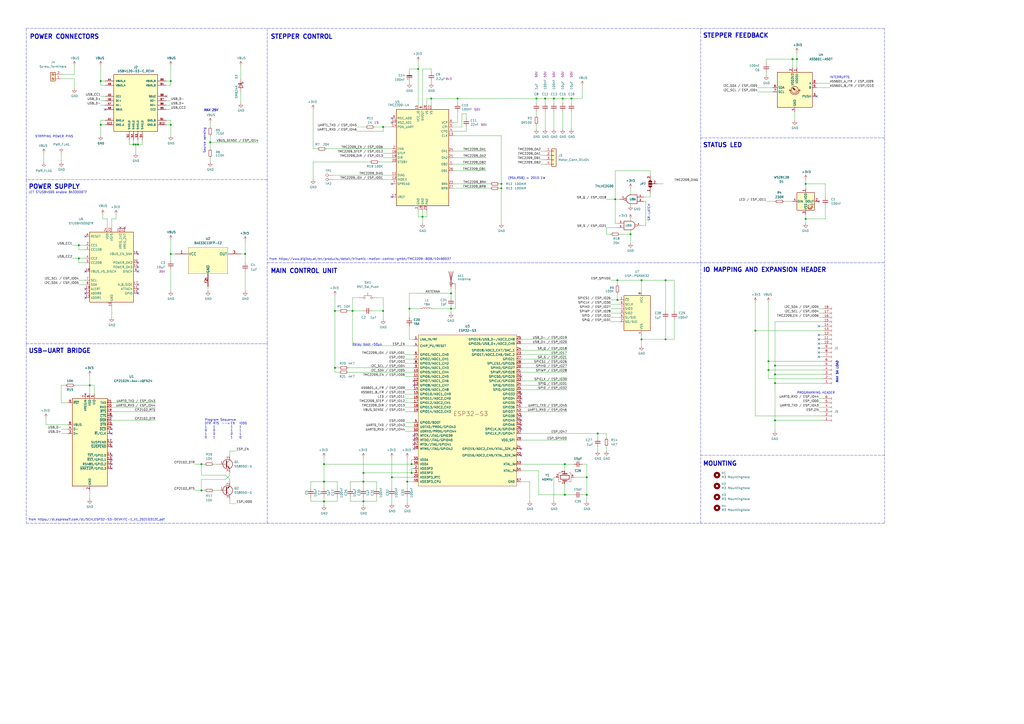
<source format=kicad_sch>
(kicad_sch (version 20211123) (generator eeschema)
  (paper "A2")
  (title_block (title "ESP Stepper Servo") (date "${date}") (rev "${commit}") (comment 1 "github.com/slimcdk/esp-stepper-servo/tree/${commit}"))
  (junction (at 237.49 179.07))
  (junction (at 52.07 223.52))
  (junction (at 462.28 34.29))
  (junction (at 358.14 173.99))
  (junction (at 238.76 274.32))
  (junction (at 99.06 72.39))
  (junction (at 58.42 72.39))
  (junction (at 445.77 209.55))
  (junction (at 116.84 284.48))
  (junction (at 210.82 290.83))
  (junction (at 445.77 214.63))
  (junction (at 250.19 57.15))
  (junction (at 210.82 279.4))
  (junction (at 311.15 57.15))
  (junction (at 261.62 170.18))
  (junction (at 77.47 83.82))
  (junction (at 365.76 135.89))
  (junction (at 386.08 162.56))
  (junction (at 238.76 269.24))
  (junction (at 194.31 213.36))
  (junction (at 187.96 290.83))
  (junction (at 326.39 57.15))
  (junction (at 340.36 276.86))
  (junction (at 45.72 149.86))
  (junction (at 265.43 57.15))
  (junction (at 245.11 125.73))
  (junction (at 327.66 269.24))
  (junction (at 290.83 109.22))
  (junction (at 227.33 276.86))
  (junction (at 187.96 269.24))
  (junction (at 236.22 279.4))
  (junction (at 45.72 142.24))
  (junction (at 467.36 106.68))
  (junction (at 99.06 147.32))
  (junction (at 142.24 147.32))
  (junction (at 386.08 196.85))
  (junction (at 340.36 287.02))
  (junction (at 372.11 196.85))
  (junction (at 290.83 106.68))
  (junction (at 204.47 180.34))
  (junction (at 356.87 115.57))
  (junction (at 222.25 180.34))
  (junction (at 327.66 287.02))
  (junction (at 467.36 127))
  (junction (at 321.31 57.15))
  (junction (at 449.58 212.09))
  (junction (at 222.25 73.66))
  (junction (at 316.23 57.15))
  (junction (at 116.84 269.24))
  (junction (at 372.11 162.56))
  (junction (at 449.58 243.84))
  (junction (at 459.74 34.29))
  (junction (at 210.82 274.32))
  (junction (at 346.71 251.46))
  (junction (at 261.62 179.07))
  (junction (at 331.47 57.15))
  (junction (at 187.96 279.4))
  (junction (at 438.15 191.77))
  (junction (at 242.57 40.005))
  (junction (at 194.31 180.34))
  (junction (at 78.74 83.82))
  (junction (at 58.42 46.99))
  (junction (at 121.92 82.55))
  (junction (at 99.06 46.99))
  (junction (at 358.14 162.56))
  (junction (at 449.58 217.17))
  (junction (at 80.01 83.82))
  (junction (at 449.58 222.25))
  (no_connect (at 49.53 167.64))
  (no_connect (at 60.96 63.5))
  (no_connect (at 64.77 246.38))
  (no_connect (at 302.26 243.84))
  (no_connect (at 240.03 257.81))
  (no_connect (at 80.01 157.48))
  (no_connect (at 474.98 199.39))
  (no_connect (at 240.03 252.73))
  (no_connect (at 49.53 157.48))
  (no_connect (at 49.53 137.16))
  (no_connect (at 64.77 271.78))
  (no_connect (at 64.77 248.92))
  (no_connect (at 64.77 241.3))
  (no_connect (at 240.03 223.52))
  (no_connect (at 64.77 251.46))
  (no_connect (at 49.53 228.6))
  (no_connect (at 64.77 259.08))
  (no_connect (at 80.01 170.18))
  (no_connect (at 474.98 196.85))
  (no_connect (at 302.26 246.38))
  (no_connect (at 474.98 116.84))
  (no_connect (at 227.33 114.3))
  (no_connect (at 302.26 218.44))
  (no_connect (at 302.26 260.35))
  (no_connect (at 302.26 228.6))
  (no_connect (at 302.26 264.16))
  (no_connect (at 64.77 269.24))
  (no_connect (at 64.77 266.7))
  (no_connect (at 96.52 55.88))
  (no_connect (at 302.26 241.3))
  (no_connect (at 49.53 170.18))
  (no_connect (at 80.01 154.94))
  (no_connect (at 72.39 132.08))
  (no_connect (at 69.85 132.08))
  (no_connect (at 227.33 68.58))
  (no_connect (at 474.98 207.01))
  (no_connect (at 240.03 255.27))
  (no_connect (at 227.33 71.12))
  (no_connect (at 49.53 172.72))
  (no_connect (at 240.03 220.98))
  (no_connect (at 64.77 264.16))
  (no_connect (at 474.98 194.31))
  (no_connect (at 474.98 189.23))
  (no_connect (at 474.98 201.93))
  (no_connect (at 302.26 231.14))
  (no_connect (at 302.26 233.68))
  (no_connect (at 64.77 256.54))
  (no_connect (at 474.98 204.47))
  (no_connect (at 80.01 167.64))
  (no_connect (at 240.03 260.35))
  (no_connect (at 302.26 248.92))
  (no_connect (at 80.01 152.4))
  (no_connect (at 473.71 55.88))
  (no_connect (at 80.01 165.1))
  (no_connect (at 80.01 147.32))
  (no_connect (at 227.33 106.68))
  (wire (pts (xy 327.66 273.05) (xy 327.66 269.24)))
  (wire (pts (xy 262.89 71.12) (xy 265.43 71.12)))
  (wire (pts (xy 201.93 180.34) (xy 204.47 180.34)))
  (wire (pts (xy 302.26 223.52) (xy 328.93 223.52)))
  (wire (pts (xy 52.07 289.56) (xy 52.07 284.48)))
  (wire (pts (xy 439.42 50.8) (xy 448.31 50.8)))
  (wire (pts (xy 474.98 184.15) (xy 477.52 184.15)))
  (wire (pts (xy 203.2 283.21) (xy 203.2 279.4)))
  (wire (pts (xy 386.08 185.42) (xy 386.08 196.85)))
  (wire (pts (xy 74.93 81.28) (xy 74.93 83.82)))
  (wire (pts (xy 374.65 116.84) (xy 373.38 116.84)))
  (wire (pts (xy 227.33 288.29) (xy 227.33 292.1)))
  (wire (pts (xy 210.82 279.4) (xy 218.44 279.4)))
  (wire (pts (xy 261.62 177.8) (xy 261.62 179.07)))
  (wire (pts (xy 180.34 290.83) (xy 187.96 290.83)))
  (wire (pts (xy 133.35 261.62) (xy 133.35 264.16)))
  (wire (pts (xy 474.98 236.22) (xy 477.52 236.22)))
  (wire (pts (xy 302.26 203.2) (xy 328.93 203.2)))
  (wire (pts (xy 35.56 223.52) (xy 38.1 223.52)))
  (wire (pts (xy 311.15 57.15) (xy 316.23 57.15)))
  (wire (pts (xy 459.74 34.29) (xy 462.28 34.29)))
  (wire (pts (xy 121.92 82.55) (xy 121.92 86.36)))
  (wire (pts (xy 386.08 162.56) (xy 372.11 162.56)))
  (wire (pts (xy 439.42 53.34) (xy 448.31 53.34)))
  (polyline (pts (xy 154.94 199.39) (xy 154.94 104.14)))
  (wire (pts (xy 234.95 218.44) (xy 240.03 218.44)))
  (wire (pts (xy 313.69 92.71) (xy 316.23 92.71)))
  (wire (pts (xy 236.22 265.43) (xy 236.22 279.4)))
  (wire (pts (xy 391.16 196.85) (xy 386.08 196.85)))
  (wire (pts (xy 242.57 121.92) (xy 242.57 125.73)))
  (wire (pts (xy 340.36 276.86) (xy 340.36 287.02)))
  (wire (pts (xy 261.62 167.64) (xy 261.62 170.18)))
  (wire (pts (xy 449.58 250.19) (xy 449.58 243.84)))
  (wire (pts (xy 237.49 189.23) (xy 237.49 196.85)))
  (polyline (pts (xy 406.4 264.16) (xy 513.08 264.16)))
  (wire (pts (xy 267.97 73.66) (xy 267.97 66.04)))
  (wire (pts (xy 461.01 69.85) (xy 461.01 64.77)))
  (wire (pts (xy 438.15 241.3) (xy 477.52 241.3)))
  (wire (pts (xy 123.825 284.48) (xy 125.73 284.48)))
  (wire (pts (xy 60.96 60.96) (xy 58.42 60.96)))
  (wire (pts (xy 467.36 129.54) (xy 467.36 127)))
  (wire (pts (xy 45.72 149.86) (xy 49.53 149.86)))
  (wire (pts (xy 187.96 290.83) (xy 187.96 293.37)))
  (wire (pts (xy 245.11 40.005) (xy 250.19 40.005)))
  (wire (pts (xy 227.33 276.86) (xy 240.03 276.86)))
  (wire (pts (xy 473.71 50.8) (xy 481.33 50.8)))
  (wire (pts (xy 354.33 181.61) (xy 359.41 181.61)))
  (wire (pts (xy 302.26 210.82) (xy 328.93 210.82)))
  (wire (pts (xy 242.57 125.73) (xy 245.11 125.73)))
  (wire (pts (xy 290.83 78.74) (xy 290.83 106.68)))
  (wire (pts (xy 137.16 261.62) (xy 133.35 261.62)))
  (wire (pts (xy 60.96 72.39) (xy 58.42 72.39)))
  (wire (pts (xy 187.96 265.43) (xy 187.96 269.24)))
  (polyline (pts (xy 154.94 303.53) (xy 154.94 199.39)))
  (wire (pts (xy 265.43 71.12) (xy 265.43 64.77)))
  (wire (pts (xy 35.56 233.68) (xy 39.37 233.68)))
  (wire (pts (xy 139.7 38.1) (xy 139.7 45.72)))
  (wire (pts (xy 467.36 106.68) (xy 467.36 109.22)))
  (wire (pts (xy 227.33 265.43) (xy 227.33 276.86)))
  (wire (pts (xy 26.67 242.57) (xy 26.67 246.38)))
  (wire (pts (xy 474.98 194.31) (xy 477.52 194.31)))
  (wire (pts (xy 356.87 115.57) (xy 359.41 115.57)))
  (wire (pts (xy 262.89 78.74) (xy 290.83 78.74)))
  (polyline (pts (xy 381 16.51) (xy 146.05 16.51)))
  (wire (pts (xy 204.47 200.66) (xy 240.03 200.66)))
  (wire (pts (xy 477.52 189.23) (xy 474.98 189.23)))
  (wire (pts (xy 240.03 196.85) (xy 237.49 196.85)))
  (wire (pts (xy 262.89 76.2) (xy 270.51 76.2)))
  (wire (pts (xy 346.71 251.46) (xy 346.71 254)))
  (wire (pts (xy 195.58 283.21) (xy 195.58 279.4)))
  (wire (pts (xy 354.33 173.99) (xy 358.14 173.99)))
  (wire (pts (xy 358.14 170.18) (xy 358.14 173.99)))
  (wire (pts (xy 49.53 144.78) (xy 45.72 144.78)))
  (wire (pts (xy 237.49 46.99) (xy 237.49 48.26)))
  (wire (pts (xy 82.55 81.28) (xy 82.55 83.82)))
  (polyline (pts (xy 406.4 152.4) (xy 406.4 16.51)))
  (wire (pts (xy 194.31 180.34) (xy 194.31 213.36)))
  (wire (pts (xy 316.23 74.93) (xy 316.23 64.77)))
  (polyline (pts (xy 154.94 303.53) (xy 381 303.53)))
  (wire (pts (xy 240.03 271.78) (xy 238.76 271.78)))
  (wire (pts (xy 331.47 64.77) (xy 331.47 74.93)))
  (wire (pts (xy 113.03 284.48) (xy 116.84 284.48)))
  (wire (pts (xy 474.98 231.14) (xy 477.52 231.14)))
  (polyline (pts (xy 15.24 16.51) (xy 15.24 104.14)))
  (wire (pts (xy 238.76 269.24) (xy 240.03 269.24)))
  (wire (pts (xy 203.2 290.83) (xy 210.82 290.83)))
  (wire (pts (xy 264.16 179.07) (xy 261.62 179.07)))
  (wire (pts (xy 354.33 184.15) (xy 359.41 184.15)))
  (wire (pts (xy 372.11 194.31) (xy 372.11 196.85)))
  (wire (pts (xy 311.15 64.77) (xy 311.15 67.31)))
  (wire (pts (xy 354.33 135.89) (xy 351.79 135.89)))
  (wire (pts (xy 354.33 162.56) (xy 358.14 162.56)))
  (wire (pts (xy 438.15 175.26) (xy 438.15 191.77)))
  (wire (pts (xy 62.23 132.08) (xy 62.23 127)))
  (wire (pts (xy 139.7 147.32) (xy 142.24 147.32)))
  (wire (pts (xy 321.31 290.83) (xy 321.31 276.86)))
  (wire (pts (xy 41.91 149.86) (xy 45.72 149.86)))
  (wire (pts (xy 181.61 93.98) (xy 214.63 93.98)))
  (wire (pts (xy 302.26 220.98) (xy 328.93 220.98)))
  (wire (pts (xy 222.25 172.72) (xy 222.25 180.34)))
  (wire (pts (xy 302.26 215.9) (xy 328.93 215.9)))
  (wire (pts (xy 462.28 34.29) (xy 462.28 30.48)))
  (wire (pts (xy 262.89 91.44) (xy 281.94 91.44)))
  (wire (pts (xy 234.95 250.19) (xy 240.03 250.19)))
  (wire (pts (xy 478.79 106.68) (xy 467.36 106.68)))
  (wire (pts (xy 372.11 196.85) (xy 372.11 200.66)))
  (wire (pts (xy 250.19 57.15) (xy 265.43 57.15)))
  (wire (pts (xy 365.76 127) (xy 365.76 128.27)))
  (wire (pts (xy 116.84 284.48) (xy 118.745 284.48)))
  (wire (pts (xy 321.31 276.86) (xy 322.58 276.86)))
  (wire (pts (xy 60.96 49.53) (xy 58.42 49.53)))
  (wire (pts (xy 237.49 170.18) (xy 261.62 170.18)))
  (wire (pts (xy 302.26 196.85) (xy 328.93 196.85)))
  (wire (pts (xy 391.16 185.42) (xy 391.16 196.85)))
  (wire (pts (xy 312.42 287.02) (xy 327.66 287.02)))
  (wire (pts (xy 35.56 251.46) (xy 39.37 251.46)))
  (wire (pts (xy 187.96 279.4) (xy 187.96 269.24)))
  (wire (pts (xy 381 106.68) (xy 384.81 106.68)))
  (wire (pts (xy 247.65 121.92) (xy 247.65 125.73)))
  (wire (pts (xy 449.58 222.25) (xy 449.58 243.84)))
  (polyline (pts (xy 15.24 199.39) (xy 154.94 199.39)))
  (wire (pts (xy 327.66 269.24) (xy 332.74 269.24)))
  (wire (pts (xy 438.15 191.77) (xy 438.15 241.3)))
  (wire (pts (xy 262.89 87.63) (xy 281.94 87.63)))
  (polyline (pts (xy 154.94 16.51) (xy 154.94 104.14)))
  (wire (pts (xy 237.49 179.07) (xy 243.84 179.07)))
  (wire (pts (xy 234.95 226.06) (xy 240.03 226.06)))
  (wire (pts (xy 474.98 199.39) (xy 477.52 199.39)))
  (wire (pts (xy 302.26 269.24) (xy 327.66 269.24)))
  (wire (pts (xy 386.08 162.56) (xy 391.16 162.56)))
  (wire (pts (xy 64.77 127) (xy 64.77 132.08)))
  (wire (pts (xy 139.7 59.69) (xy 139.7 53.34)))
  (wire (pts (xy 204.47 180.34) (xy 210.82 180.34)))
  (polyline (pts (xy 15.24 104.14) (xy 15.24 199.39)))
  (wire (pts (xy 302.26 205.74) (xy 328.93 205.74)))
  (wire (pts (xy 340.36 287.02) (xy 340.36 290.83)))
  (polyline (pts (xy 154.94 152.4) (xy 381 152.4)))
  (wire (pts (xy 449.58 186.69) (xy 449.58 212.09)))
  (wire (pts (xy 302.26 238.76) (xy 328.93 238.76)))
  (wire (pts (xy 64.77 236.22) (xy 90.17 236.22)))
  (wire (pts (xy 449.58 243.84) (xy 477.52 243.84)))
  (wire (pts (xy 218.44 290.83) (xy 218.44 288.29)))
  (wire (pts (xy 351.79 115.57) (xy 356.87 115.57)))
  (wire (pts (xy 35.56 233.68) (xy 35.56 223.52)))
  (wire (pts (xy 181.61 63.5) (xy 181.61 86.36)))
  (wire (pts (xy 351.79 259.08) (xy 351.79 261.62)))
  (wire (pts (xy 473.71 48.26) (xy 481.33 48.26)))
  (wire (pts (xy 290.83 106.68) (xy 289.56 106.68)))
  (wire (pts (xy 54.61 223.52) (xy 54.61 228.6)))
  (wire (pts (xy 218.44 172.72) (xy 222.25 172.72)))
  (wire (pts (xy 234.95 236.22) (xy 240.03 236.22)))
  (wire (pts (xy 60.96 58.42) (xy 58.42 58.42)))
  (wire (pts (xy 99.06 168.91) (xy 99.06 156.21)))
  (wire (pts (xy 321.31 57.15) (xy 326.39 57.15)))
  (wire (pts (xy 313.69 95.25) (xy 316.23 95.25)))
  (wire (pts (xy 234.95 233.68) (xy 240.03 233.68)))
  (wire (pts (xy 478.79 127) (xy 467.36 127)))
  (wire (pts (xy 58.42 69.85) (xy 58.42 72.39)))
  (wire (pts (xy 116.84 278.13) (xy 130.81 278.13)))
  (wire (pts (xy 377.19 101.6) (xy 377.19 99.06)))
  (wire (pts (xy 96.52 46.99) (xy 99.06 46.99)))
  (wire (pts (xy 354.33 179.07) (xy 359.41 179.07)))
  (wire (pts (xy 187.96 288.29) (xy 187.96 290.83)))
  (wire (pts (xy 64.77 177.8) (xy 64.77 184.15)))
  (wire (pts (xy 194.31 180.34) (xy 196.85 180.34)))
  (wire (pts (xy 459.74 34.29) (xy 459.74 39.37)))
  (wire (pts (xy 99.06 139.065) (xy 99.06 147.32)))
  (wire (pts (xy 236.22 279.4) (xy 240.03 279.4)))
  (wire (pts (xy 261.62 179.07) (xy 261.62 181.61)))
  (wire (pts (xy 45.72 149.86) (xy 45.72 152.4)))
  (wire (pts (xy 346.71 259.08) (xy 346.71 261.62)))
  (wire (pts (xy 41.91 142.24) (xy 45.72 142.24)))
  (wire (pts (xy 234.95 208.28) (xy 240.03 208.28)))
  (wire (pts (xy 262.89 73.66) (xy 267.97 73.66)))
  (wire (pts (xy 234.95 210.82) (xy 240.03 210.82)))
  (polyline (pts (xy 154.94 104.14) (xy 15.24 104.14)))
  (wire (pts (xy 237.49 179.07) (xy 237.49 184.15)))
  (wire (pts (xy 121.92 82.55) (xy 149.86 82.55)))
  (wire (pts (xy 237.49 40.005) (xy 242.57 40.005)))
  (wire (pts (xy 365.76 135.89) (xy 365.76 140.97)))
  (wire (pts (xy 474.98 233.68) (xy 477.52 233.68)))
  (polyline (pts (xy 381 303.53) (xy 513.08 303.53)))
  (wire (pts (xy 234.95 228.6) (xy 240.03 228.6)))
  (wire (pts (xy 52.07 223.52) (xy 54.61 223.52)))
  (wire (pts (xy 337.82 49.53) (xy 337.82 57.15)))
  (wire (pts (xy 180.34 288.29) (xy 180.34 290.83)))
  (wire (pts (xy 133.35 274.32) (xy 133.35 275.59)))
  (wire (pts (xy 267.97 66.04) (xy 270.51 66.04)))
  (wire (pts (xy 327.66 287.02) (xy 332.74 287.02)))
  (wire (pts (xy 64.77 238.76) (xy 90.17 238.76)))
  (wire (pts (xy 99.06 46.99) (xy 99.06 38.1)))
  (wire (pts (xy 142.24 152.4) (xy 142.24 147.32)))
  (wire (pts (xy 265.43 57.15) (xy 311.15 57.15)))
  (wire (pts (xy 180.34 279.4) (xy 187.96 279.4)))
  (wire (pts (xy 236.22 288.29) (xy 236.22 292.1)))
  (wire (pts (xy 445.77 175.26) (xy 445.77 209.55)))
  (wire (pts (xy 377.19 99.06) (xy 356.87 99.06)))
  (wire (pts (xy 302.26 208.28) (xy 328.93 208.28)))
  (wire (pts (xy 217.17 73.66) (xy 222.25 73.66)))
  (wire (pts (xy 121.92 91.44) (xy 121.92 93.98)))
  (wire (pts (xy 25.4 88.9) (xy 25.4 93.98)))
  (wire (pts (xy 302.26 255.27) (xy 328.93 255.27)))
  (wire (pts (xy 354.33 176.53) (xy 359.41 176.53)))
  (wire (pts (xy 74.93 83.82) (xy 77.47 83.82)))
  (wire (pts (xy 321.31 64.77) (xy 321.31 74.93)))
  (wire (pts (xy 210.82 290.83) (xy 210.82 293.37)))
  (wire (pts (xy 332.74 276.86) (xy 340.36 276.86)))
  (wire (pts (xy 203.2 279.4) (xy 210.82 279.4)))
  (wire (pts (xy 321.31 57.15) (xy 321.31 59.69)))
  (wire (pts (xy 337.82 269.24) (xy 340.36 269.24)))
  (wire (pts (xy 262.89 109.22) (xy 284.48 109.22)))
  (wire (pts (xy 474.98 204.47) (xy 477.52 204.47)))
  (wire (pts (xy 313.69 87.63) (xy 316.23 87.63)))
  (wire (pts (xy 478.79 119.38) (xy 478.79 127)))
  (wire (pts (xy 96.52 58.42) (xy 99.06 58.42)))
  (wire (pts (xy 449.58 186.69) (xy 477.52 186.69)))
  (wire (pts (xy 445.77 209.55) (xy 445.77 214.63)))
  (wire (pts (xy 218.44 283.21) (xy 218.44 279.4)))
  (wire (pts (xy 474.98 207.01) (xy 477.52 207.01)))
  (wire (pts (xy 240.03 266.7) (xy 238.76 266.7)))
  (wire (pts (xy 290.83 106.68) (xy 290.83 109.22)))
  (wire (pts (xy 116.84 275.59) (xy 130.81 275.59)))
  (wire (pts (xy 238.76 266.7) (xy 238.76 269.24)))
  (polyline (pts (xy 406.4 80.01) (xy 513.08 80.01)))
  (wire (pts (xy 67.31 124.46) (xy 67.31 127)))
  (wire (pts (xy 270.51 66.04) (xy 270.51 68.58)))
  (wire (pts (xy 26.67 246.38) (xy 39.37 246.38)))
  (wire (pts (xy 210.82 265.43) (xy 210.82 274.32)))
  (wire (pts (xy 467.36 127) (xy 467.36 124.46)))
  (wire (pts (xy 52.07 223.52) (xy 52.07 217.805)))
  (wire (pts (xy 133.35 279.4) (xy 133.35 278.13)))
  (wire (pts (xy 346.71 251.46) (xy 351.79 251.46)))
  (wire (pts (xy 80.01 83.82) (xy 82.55 83.82)))
  (wire (pts (xy 302.26 213.36) (xy 328.93 213.36)))
  (wire (pts (xy 222.25 73.66) (xy 227.33 73.66)))
  (wire (pts (xy 316.23 57.15) (xy 321.31 57.15)))
  (wire (pts (xy 326.39 74.93) (xy 326.39 64.77)))
  (wire (pts (xy 45.72 165.1) (xy 49.53 165.1)))
  (wire (pts (xy 238.76 271.78) (xy 238.76 274.32)))
  (wire (pts (xy 372.11 130.81) (xy 374.65 130.81)))
  (wire (pts (xy 207.01 76.2) (xy 222.25 76.2)))
  (wire (pts (xy 449.58 212.09) (xy 477.52 212.09)))
  (wire (pts (xy 142.24 147.32) (xy 142.24 139.7)))
  (wire (pts (xy 43.18 223.52) (xy 52.07 223.52)))
  (wire (pts (xy 194.31 213.36) (xy 196.85 213.36)))
  (wire (pts (xy 204.47 180.34) (xy 204.47 200.66)))
  (wire (pts (xy 60.96 46.99) (xy 58.42 46.99)))
  (wire (pts (xy 227.33 283.21) (xy 227.33 276.86)))
  (wire (pts (xy 121.92 71.12) (xy 121.92 73.66)))
  (wire (pts (xy 196.85 215.9) (xy 194.31 215.9)))
  (wire (pts (xy 35.814 43.18) (xy 43.18 43.18)))
  (wire (pts (xy 78.74 83.82) (xy 80.01 83.82)))
  (wire (pts (xy 59.69 127) (xy 59.69 124.46)))
  (wire (pts (xy 78.74 88.9) (xy 78.74 83.82)))
  (wire (pts (xy 351.79 132.08) (xy 351.79 135.89)))
  (polyline (pts (xy 513.08 303.53) (xy 513.08 16.51)))
  (wire (pts (xy 187.96 269.24) (xy 238.76 269.24)))
  (wire (pts (xy 261.62 170.18) (xy 261.62 172.72)))
  (wire (pts (xy 242.57 35.56) (xy 242.57 40.005)))
  (wire (pts (xy 99.06 147.32) (xy 99.06 151.13)))
  (wire (pts (xy 391.16 162.56) (xy 391.16 180.34)))
  (wire (pts (xy 120.65 166.37) (xy 120.65 168.91)))
  (wire (pts (xy 307.34 279.4) (xy 307.34 290.83)))
  (wire (pts (xy 58.42 72.39) (xy 58.42 78.74)))
  (wire (pts (xy 444.5 41.91) (xy 444.5 43.815)))
  (wire (pts (xy 189.23 86.36) (xy 227.33 86.36)))
  (wire (pts (xy 133.35 289.56) (xy 133.35 292.1)))
  (wire (pts (xy 130.81 275.59) (xy 133.35 278.13)))
  (wire (pts (xy 365.76 133.35) (xy 365.76 135.89)))
  (wire (pts (xy 52.07 223.52) (xy 52.07 228.6)))
  (wire (pts (xy 116.84 269.24) (xy 116.84 275.59)))
  (wire (pts (xy 356.87 115.57) (xy 356.87 129.54)))
  (wire (pts (xy 201.93 215.9) (xy 240.03 215.9)))
  (wire (pts (xy 60.96 69.85) (xy 58.42 69.85)))
  (wire (pts (xy 474.98 238.76) (xy 477.52 238.76)))
  (wire (pts (xy 77.47 81.28) (xy 77.47 83.82)))
  (wire (pts (xy 238.76 274.32) (xy 240.03 274.32)))
  (wire (pts (xy 444.5 116.84) (xy 449.58 116.84)))
  (wire (pts (xy 474.98 201.93) (xy 477.52 201.93)))
  (wire (pts (xy 210.82 288.29) (xy 210.82 290.83)))
  (wire (pts (xy 181.61 104.14) (xy 181.61 93.98)))
  (wire (pts (xy 58.42 55.88) (xy 60.96 55.88)))
  (wire (pts (xy 358.14 173.99) (xy 359.41 173.99)))
  (polyline (pts (xy 15.24 16.51) (xy 146.05 16.51)))
  (wire (pts (xy 351.79 251.46) (xy 351.79 254)))
  (wire (pts (xy 247.65 57.15) (xy 250.19 57.15)))
  (wire (pts (xy 340.36 269.24) (xy 340.36 276.86)))
  (wire (pts (xy 316.23 57.15) (xy 316.23 59.69)))
  (wire (pts (xy 215.9 180.34) (xy 222.25 180.34)))
  (wire (pts (xy 245.11 125.73) (xy 245.11 121.92)))
  (wire (pts (xy 45.72 144.78) (xy 45.72 142.24)))
  (wire (pts (xy 234.95 231.14) (xy 240.03 231.14)))
  (wire (pts (xy 302.26 251.46) (xy 346.71 251.46)))
  (wire (pts (xy 113.03 269.24) (xy 116.84 269.24)))
  (wire (pts (xy 374.65 116.84) (xy 374.65 130.81)))
  (wire (pts (xy 462.28 34.29) (xy 462.28 39.37)))
  (wire (pts (xy 234.95 205.74) (xy 240.03 205.74)))
  (wire (pts (xy 373.38 114.3) (xy 377.19 114.3)))
  (wire (pts (xy 245.11 60.96) (xy 245.11 40.005)))
  (wire (pts (xy 194.31 171.45) (xy 194.31 180.34)))
  (wire (pts (xy 210.82 274.32) (xy 210.82 279.4)))
  (wire (pts (xy 354.33 186.69) (xy 359.41 186.69)))
  (wire (pts (xy 142.24 157.48) (xy 142.24 168.91)))
  (wire (pts (xy 262.89 106.68) (xy 284.48 106.68)))
  (wire (pts (xy 262.89 99.06) (xy 281.94 99.06)))
  (wire (pts (xy 58.42 46.99) (xy 58.42 38.1)))
  (wire (pts (xy 302.26 273.05) (xy 312.42 273.05)))
  (wire (pts (xy 201.93 213.36) (xy 240.03 213.36)))
  (wire (pts (xy 203.2 288.29) (xy 203.2 290.83)))
  (wire (pts (xy 459.74 116.84) (xy 454.66 116.84)))
  (wire (pts (xy 444.5 34.29) (xy 459.74 34.29)))
  (wire (pts (xy 386.08 196.85) (xy 372.11 196.85)))
  (wire (pts (xy 358.14 129.54) (xy 356.87 129.54)))
  (wire (pts (xy 39.37 248.92) (xy 35.56 248.92)))
  (wire (pts (xy 58.42 49.53) (xy 58.42 46.99)))
  (wire (pts (xy 356.87 99.06) (xy 356.87 115.57)))
  (wire (pts (xy 210.82 290.83) (xy 218.44 290.83)))
  (wire (pts (xy 302.26 236.22) (xy 328.93 236.22)))
  (wire (pts (xy 327.66 287.02) (xy 327.66 280.67)))
  (wire (pts (xy 187.96 283.21) (xy 187.96 279.4)))
  (wire (pts (xy 222.25 91.44) (xy 227.33 91.44)))
  (wire (pts (xy 265.43 57.15) (xy 265.43 59.69)))
  (wire (pts (xy 237.49 41.91) (xy 237.49 40.005)))
  (wire (pts (xy 467.36 104.14) (xy 467.36 106.68)))
  (wire (pts (xy 302.26 199.39) (xy 328.93 199.39)))
  (wire (pts (xy 204.47 172.72) (xy 204.47 180.34)))
  (wire (pts (xy 262.89 95.25) (xy 281.94 95.25)))
  (wire (pts (xy 35.814 45.72) (xy 43.18 45.72)))
  (wire (pts (xy 250.19 48.26) (xy 250.19 46.99)))
  (wire (pts (xy 445.77 219.71) (xy 477.52 219.71)))
  (wire (pts (xy 45.72 142.24) (xy 49.53 142.24)))
  (wire (pts (xy 96.52 63.5) (xy 99.06 63.5)))
  (wire (pts (xy 219.71 93.98) (xy 227.33 93.98)))
  (wire (pts (xy 234.95 247.65) (xy 240.03 247.65)))
  (wire (pts (xy 62.23 127) (xy 59.69 127)))
  (wire (pts (xy 64.77 243.84) (xy 90.17 243.84)))
  (wire (pts (xy 67.31 127) (xy 64.77 127)))
  (wire (pts (xy 222.25 180.34) (xy 222.25 185.42)))
  (wire (pts (xy 326.39 57.15) (xy 326.39 59.69)))
  (wire (pts (xy 337.82 287.02) (xy 340.36 287.02)))
  (wire (pts (xy 96.52 60.96) (xy 99.06 60.96)))
  (wire (pts (xy 35.56 88.9) (xy 35.56 93.98)))
  (wire (pts (xy 247.65 60.96) (xy 247.65 57.15)))
  (wire (pts (xy 194.31 215.9) (xy 194.31 213.36)))
  (wire (pts (xy 245.11 129.54) (xy 245.11 125.73)))
  (wire (pts (xy 180.34 283.21) (xy 180.34 279.4)))
  (wire (pts (xy 474.98 196.85) (xy 477.52 196.85)))
  (wire (pts (xy 337.82 57.15) (xy 331.47 57.15)))
  (wire (pts (xy 386.08 180.34) (xy 386.08 162.56)))
  (wire (pts (xy 250.19 40.005) (xy 250.19 41.91)))
  (wire (pts (xy 118.745 269.24) (xy 116.84 269.24)))
  (wire (pts (xy 133.35 292.1) (xy 137.16 292.1)))
  (wire (pts (xy 449.58 212.09) (xy 449.58 217.17)))
  (wire (pts (xy 358.14 162.56) (xy 358.14 165.1)))
  (wire (pts (xy 195.58 290.83) (xy 195.58 288.29)))
  (wire (pts (xy 187.96 290.83) (xy 195.58 290.83)))
  (wire (pts (xy 99.06 69.85) (xy 99.06 72.39)))
  (wire (pts (xy 236.22 283.21) (xy 236.22 279.4)))
  (wire (pts (xy 242.57 40.005) (xy 242.57 60.96)))
  (wire (pts (xy 208.28 172.72) (xy 204.47 172.72)))
  (wire (pts (xy 302.26 226.06) (xy 328.93 226.06)))
  (wire (pts (xy 133.35 275.59) (xy 130.81 278.13)))
  (wire (pts (xy 251.46 179.07) (xy 261.62 179.07)))
  (wire (pts (xy 313.69 90.17) (xy 316.23 90.17)))
  (wire (pts (xy 96.52 69.85) (xy 99.06 69.85)))
  (wire (pts (xy 377.19 111.76) (xy 377.19 114.3)))
  (wire (pts (xy 326.39 57.15) (xy 331.47 57.15)))
  (wire (pts (xy 49.53 152.4) (xy 45.72 152.4)))
  (wire (pts (xy 80.01 81.28) (xy 80.01 83.82)))
  (wire (pts (xy 222.25 88.9) (xy 227.33 88.9)))
  (wire (pts (xy 445.77 214.63) (xy 445.77 219.71)))
  (wire (pts (xy 445.77 214.63) (xy 477.52 214.63)))
  (wire (pts (xy 449.58 217.17) (xy 449.58 222.25)))
  (wire (pts (xy 184.15 86.36) (xy 181.61 86.36)))
  (wire (pts (xy 302.26 279.4) (xy 307.34 279.4)))
  (wire (pts (xy 64.77 233.68) (xy 90.17 233.68)))
  (wire (pts (xy 234.95 245.11) (xy 240.03 245.11)))
  (wire (pts (xy 43.18 45.72) (xy 43.18 51.308)))
  (wire (pts (xy 289.56 109.22) (xy 290.83 109.22)))
  (wire (pts (xy 290.83 129.54) (xy 290.83 109.22)))
  (wire (pts (xy 116.84 278.13) (xy 116.84 284.48)))
  (wire (pts (xy 222.25 76.2) (xy 222.25 73.66)))
  (wire (pts (xy 264.16 167.64) (xy 264.16 179.07)))
  (wire (pts (xy 99.06 147.32) (xy 101.6 147.32)))
  (wire (pts (xy 359.41 135.89) (xy 365.76 135.89)))
  (wire (pts (xy 247.65 125.73) (xy 245.11 125.73)))
  (wire (pts (xy 311.15 72.39) (xy 311.15 74.93)))
  (wire (pts (xy 99.06 78.74) (xy 99.06 72.39)))
  (polyline (pts (xy 381 152.4) (xy 513.08 152.4)))
  (wire (pts (xy 449.58 217.17) (xy 477.52 217.17)))
  (wire (pts (xy 43.18 43.18) (xy 43.18 38.1)))
  (wire (pts (xy 311.15 57.15) (xy 311.15 59.69)))
  (polyline (pts (xy 513.08 16.51) (xy 381 16.51)))
  (wire (pts (xy 210.82 283.21) (xy 210.82 279.4)))
  (wire (pts (xy 312.42 273.05) (xy 312.42 287.02)))
  (wire (pts (xy 193.04 104.14) (xy 227.33 104.14)))
  (wire (pts (xy 358.14 162.56) (xy 372.11 162.56)))
  (wire (pts (xy 438.15 191.77) (xy 477.52 191.77)))
  (wire (pts (xy 121.92 78.74) (xy 121.92 82.55)))
  (wire (pts (xy 449.58 222.25) (xy 477.52 222.25)))
  (wire (pts (xy 96.52 49.53) (xy 99.06 49.53)))
  (wire (pts (xy 210.82 274.32) (xy 238.76 274.32)))
  (polyline (pts (xy 15.24 199.39) (xy 15.24 303.53)))
  (wire (pts (xy 193.04 101.6) (xy 227.33 101.6)))
  (wire (pts (xy 237.49 170.18) (xy 237.49 179.07)))
  (wire (pts (xy 478.79 114.3) (xy 478.79 106.68)))
  (wire (pts (xy 351.79 132.08) (xy 358.14 132.08)))
  (wire (pts (xy 99.06 72.39) (xy 96.52 72.39)))
  (wire (pts (xy 234.95 238.76) (xy 240.03 238.76)))
  (wire (pts (xy 365.76 109.22) (xy 365.76 113.03)))
  (wire (pts (xy 45.72 162.56) (xy 49.53 162.56)))
  (wire (pts (xy 445.77 209.55) (xy 477.52 209.55)))
  (wire (pts (xy 99.06 49.53) (xy 99.06 46.99)))
  (wire (pts (xy 331.47 57.15) (xy 331.47 59.69)))
  (wire (pts (xy 474.98 181.61) (xy 477.52 181.61)))
  (wire (pts (xy 474.98 179.07) (xy 477.52 179.07)))
  (wire (pts (xy 123.825 269.24) (xy 125.73 269.24)))
  (wire (pts (xy 212.09 73.66) (xy 207.01 73.66)))
  (wire (pts (xy 365.76 118.11) (xy 365.76 119.38)))
  (wire (pts (xy 444.5 36.83) (xy 444.5 34.29)))
  (wire (pts (xy 372.11 162.56) (xy 372.11 168.91)))
  (wire (pts (xy 77.47 83.82) (xy 78.74 83.82)))
  (wire (pts (xy 270.51 76.2) (xy 270.51 73.66)))
  (wire (pts (xy 187.96 279.4) (xy 195.58 279.4)))
  (polyline (pts (xy 406.4 303.53) (xy 406.4 152.4)))
  (polyline (pts (xy 15.24 303.53) (xy 154.94 303.53)))
  (wire (pts (xy 250.19 57.15) (xy 250.19 60.96)))
  (text "STEPPER FEEDBACK" (at 407.67 22.225 0) (effects (font (size 2.54 2.54) (thickness 0.508) bold) (justify left bottom)))
  (text "PROGRAMMING HEADER" (at 462.28 228.727 0) (effects (font (size 1.27 1.27)) (justify left bottom)))
  (text "MAX 5A LOAD" (at 486.41 222.25 90) (effects (font (size 1.27 1.27) (thickness 0.254) bold italic) (justify left bottom)))
  (text "POWER SUPPLY" (at 16.51 109.855 0) (effects (font (size 2.54 2.54) (thickness 0.508) bold) (justify left bottom)))
  (text "from https://dl.espressif.com/dl/SCH_ESP32-S3-DEVKITC-1_V1_20210312C.pdf" (at 16.51 302.26 0) (effects (font (size 1.27 1.27)) (justify left bottom)))
  (text "STRPPING POWER PINS" (at 20.32 80.01 0) (effects (font (size 1.27 1.27)) (justify left bottom)))
  (text "IO MAPPING AND EXPANSION HEADER" (at 407.67 158.115 0) (effects (font (size 2.54 2.54) (thickness 0.508) bold) (justify left bottom)))
  (text "Program Sequence\nDTR	RTS	-->	EN	IO00\n1	1		1	1\n0 	0 		1	1\n1 	0		0	1\n0 	1		1	0" (at 118.745 254.635 0) (effects (font (size 1.27 1.27)) (justify left bottom)))
  (text "MAIN CONTROL UNIT" (at 156.845 158.75 0) (effects (font (size 2.54 2.54) (thickness 0.508) bold) (justify left bottom)))
  (text "STATUS LED" (at 407.67 85.725 0) (effects (font (size 2.54 2.54) (thickness 0.508) bold) (justify left bottom)))
  (text "STEPPER CONTROL" (at 156.845 22.86 0) (effects (font (size 2.54 2.54) (thickness 0.508) bold) (justify left bottom)))
  (text "MOUNTING" (at 407.67 270.51 0) (effects (font (size 2.54 2.54) (thickness 0.508) bold) (justify left bottom)))
  (text "Source sensing" (at 119.38 88.9 90) (effects (font (size 1.27 1.27)) (justify left bottom)))
  (text "(RSA,RSB) = 2010 1W" (at 294.64 104.14 0) (effects (font (size 1.27 1.27)) (justify left bottom)))
  (text "INTERRUPTS" (at 481.33 45.72 0) (effects (font (size 1.27 1.27)) (justify left bottom)))
  (text "LET STUSB4500 enable BA33DD0T?" (at 16.51 112.395 0) (effects (font (size 1.27 1.27)) (justify left bottom)))
  (text "from https://www.digikey.at/en/products/detail/trinamic-motion-control-gmbh/TMC2209-BOB/10490037" (at 156.21 151.13 0) (effects (font (size 1.27 1.27)) (justify left bottom)))
  (text "Delay boot ~50µs" (at 204.47 200.66 0) (effects (font (size 1.27 1.27)) (justify left bottom)))
  (text "MAX 25V\n" (at 118.11 64.77 0) (effects (font (size 1.27 1.27) (thickness 0.254) bold italic) (justify left bottom)))
  (text "USB-UART BRIDGE" (at 16.51 205.105 0) (effects (font (size 2.54 2.54) (thickness 0.508) bold) (justify left bottom)))
  (text "POWER CONNECTORS" (at 17.145 22.86 0) (effects (font (size 2.54 2.54) (thickness 0.508) bold) (justify left bottom)))
  (text "SR-LATCH" (at 377.19 128.27 90) (effects (font (size 1.27 1.27)) (justify left bottom)))
  (label "UART0_TXD {slash} ESP_IO43" (at 90.17 233.68 180))
  (label "UART0_RXD {slash} ESP_IO44" (at 474.98 231.14 180))
  (label "USB_D- {slash} ESP_IO19" (at 328.93 196.85 180))
  (label "SPIHD {slash} ESP_IO27" (at 354.33 179.07 180))
  (label "TMC2209_BRB" (at 281.94 109.22 180))
  (label "ESP_IO00" (at 474.98 233.68 180))
  (label "SPICLK {slash} ESP_IO30" (at 328.93 220.98 180))
  (label "USB_D+" (at 58.42 58.42 180))
  (label "SPICS1 {slash} ESP_IO26" (at 354.33 173.99 180))
  (label "TMC2209_DIAG" (at 391.16 105.41 0))
  (label "CP2102_RTS" (at 90.17 238.76 180))
  (label "TMC2209_OB2" (at 313.69 95.25 180))
  (label "ESP_EN" (at 234.95 200.66 180))
  (label "UART0_RXD {slash} ESP_IO44" (at 234.95 250.19 180))
  (label "TMC2209_STEP {slash} ESP_IO12" (at 234.95 233.68 180))
  (label "UART1_RXD {slash} ESP_IO46" (at 207.01 76.2 180))
  (label "TMC2209_DIAG" (at 222.25 101.6 180))
  (label "UART0_TXD {slash} ESP_IO43" (at 234.95 247.65 180))
  (label "ESP_SPIVDD" (at 354.33 162.56 180))
  (label "SPICS1 {slash} ESP_IO26" (at 328.93 210.82 180))
  (label "I2C_SCL {slash} ESP_IO04" (at 45.72 162.56 180))
  (label "AS5601_A_ITR {slash} ESP_IO09" (at 481.33 48.26 0))
  (label "TMC2209_OB1" (at 313.69 92.71 180))
  (label "ESP_IO02" (at 234.95 208.28 180))
  (label "ESP_IO47" (at 328.93 251.46 180))
  (label "SPICLK {slash} ESP_IO30" (at 354.33 176.53 180))
  (label "I2C_SDA {slash} ESP_IO05" (at 474.98 179.07 180))
  (label "TMC2209_OB2" (at 281.94 95.25 180))
  (label "TMC2209_IDX {slash} ESP_IO01" (at 234.95 205.74 180))
  (label "SPID {slash} ESP_IO32" (at 354.33 184.15 180))
  (label "TMC2209_STEP {slash} ESP_IO12" (at 222.25 88.9 180))
  (label "UART1_RXD {slash} ESP_IO46" (at 328.93 238.76 180))
  (label "TMC2209_OB1" (at 281.94 99.06 180))
  (label "CP2102_DTR" (at 90.17 243.84 180))
  (label "LED {slash} ESP_IO11" (at 234.95 231.14 180))
  (label "AS5601_B_ITR {slash} ESP_IO10" (at 234.95 228.6 180))
  (label "SPIWP {slash} ESP_IO28" (at 354.33 181.61 180))
  (label "TMC2209_DIR {slash} ESP_IO13" (at 222.25 91.44 180))
  (label "SPIQ {slash} ESP_IO31" (at 354.33 186.69 180))
  (label "UART0_RXD {slash} ESP_IO44" (at 90.17 236.22 180))
  (label "I2C_SDA {slash} ESP_IO05" (at 45.72 165.1 180))
  (label "SPIQ {slash} ESP_IO31" (at 328.93 223.52 180))
  (label "CP2102_DTR" (at 113.03 269.24 180))
  (label "UART0_TXD {slash} ESP_IO43" (at 474.98 236.22 180))
  (label "I2C_SDA {slash} ESP_IO05" (at 234.95 215.9 180))
  (label "TMC2209_IDX {slash} ESP_IO01" (at 222.25 104.14 180))
  (label "TMC2209_EN {slash} ESP_IO06" (at 222.25 86.36 180))
  (label "I2C_SCL {slash} ESP_IO04" (at 234.95 213.36 180))
  (label "USB_CC1" (at 41.91 142.24 180))
  (label "TMC2209_OA1" (at 313.69 90.17 180))
  (label "SR_Q {slash} ESP_IO18" (at 328.93 203.2 180))
  (label "ESP_IO17" (at 328.93 205.74 180))
  (label "VBUS_SENSE {slash} ESP_IO14" (at 149.86 82.55 180))
  (label "USB_D-" (at 58.42 60.96 180))
  (label "TMC2209_EN {slash} ESP_IO06" (at 234.95 218.44 180))
  (label "SR_S {slash} ESP_IO21" (at 351.79 132.08 180))
  (label "SPID {slash} ESP_IO32" (at 328.93 226.06 180))
  (label "ANTENNA" (at 255.27 170.18 180))
  (label "SR_S {slash} ESP_IO21" (at 328.93 208.28 180))
  (label "ESP_IO03" (at 234.95 210.82 180))
  (label "USB_D-" (at 35.56 248.92 180))
  (label "ESP_EN" (at 474.98 238.76 180))
  (label "CP2102_RTS" (at 113.03 284.48 180))
  (label "ESP_EN" (at 137.16 261.62 0))
  (label "VBUS_SENSE {slash} ESP_IO14" (at 234.95 238.76 180))
  (label "USB_D-" (at 99.06 58.42 0))
  (label "ESP_IO00" (at 137.16 292.1 0))
  (label "SPIWP {slash} ESP_IO28" (at 328.93 215.9 180))
  (label "TMC2209_OA1" (at 281.94 87.63 180))
  (label "USB_CC2" (at 99.06 63.5 0))
  (label "USB_D+ {slash} ESP_IO20" (at 328.93 199.39 180))
  (label "TMC2209_EN {slash} ESP_IO06" (at 474.98 184.15 180))
  (label "AS5601_A_ITR {slash} ESP_IO09" (at 234.95 226.06 180))
  (label "USB_CC1" (at 58.42 55.88 180))
  (label "TMC2209_OA2" (at 313.69 87.63 180))
  (label "I2C_SCL {slash} ESP_IO04" (at 474.98 181.61 180))
  (label "SPIHD {slash} ESP_IO27" (at 328.93 213.36 180))
  (label "USB_D+" (at 35.56 251.46 180))
  (label "ESP_SPIVDD" (at 328.93 255.27 180))
  (label "I2C_SCL {slash} ESP_IO04" (at 439.42 53.34 180))
  (label "I2C_SDA {slash} ESP_IO05" (at 439.42 50.8 180))
  (label "TMC2209_DIR {slash} ESP_IO13" (at 234.95 236.22 180))
  (label "ESP_IO00" (at 234.95 245.11 180))
  (label "USB_D+" (at 99.06 60.96 0))
  (label "USB_CC2" (at 41.91 149.86 180))
  (label "LED {slash} ESP_IO11" (at 444.5 116.84 180))
  (label "TMC2209_BRA" (at 281.94 106.68 180))
  (label "UART1_TXD {slash} ESP_IO45" (at 207.01 73.66 180))
  (label "UART1_TXD {slash} ESP_IO45" (at 328.93 236.22 180))
  (label "TMC2209_OA2" (at 281.94 91.44 180))
  (label "AS5601_B_ITR {slash} ESP_IO10" (at 481.33 50.8 0))
  (label "SR_Q {slash} ESP_IO18" (at 351.79 115.57 180))
  (symbol (lib_id "power:GND") (at 461.01 69.85 0) (unit 1)
    (property "Reference" "#PWR023" (effects hide))
    (property "Value" "GND" (at 461.137 74.2442 0))
  )
  (symbol (lib_id "power:+3V3") (at 462.28 30.48 0) (unit 1)
    (property "Reference" "#PWR022" (effects hide))
    (property "Value" "+3V3" (at 462.661 26.0858 0))
  )
  (symbol (lib_id "power:GND") (at 245.11 129.54 0) (unit 1)
    (property "Reference" "#PWR026" (effects hide))
    (property "Value" "GND" (at 245.237 133.9342 0))
  )
  (symbol (lib_id "power:+3V3") (at 242.57 35.56 0) (mirror y) (unit 1)
    (property "Reference" "#PWR024" (effects hide))
    (property "Value" "+3V3" (at 242.189 31.1658 0))
  )
  (symbol (lib_id "power:VBUS") (at 337.82 49.53 0) (unit 1)
    (property "Reference" "#PWR027" (effects hide))
    (property "Value" "VBUS" (at 338.201 45.1358 0))
  )
  (symbol (lib_id "Device:R_Small") (at 214.63 73.66 90) (mirror x) (unit 1)
    (property "Reference" "R11" (at 214.63 68.58 90))
    (property "Value" "1K" (at 214.63 71.12 90))
    (property "Footprint" "Resistor_SMD:R_0201_0603Metric" (effects hide))
    (property "Tol" "1%" (at 218.44 71.12 90))
  )
  (symbol (lib_id "Slimc_Sensor_Magnetic:AS5601-ASOT") (at 461.01 52.07 0) (unit 1)
    (property "Reference" "U4" (at 476.25 31.75 0))
    (property "Value" "AS5601-ASOT" (at 476.25 34.29 0))
    (property "Footprint" "Package_SO:SOIC-8_3.9x4.9mm_P1.27mm" (effects hide))
    (property "Datasheet" "https://ams.com/documents/20143/36005/AS5601_DS000395_3-00.pdf/9a58e74f-f6d8-53eb-1fa2-ad62d9911ca4" (effects hide))
    (property "mfr_part_number" "AS5601-ASOT" (effects hide))
    (property "digikey_part_number" "AS5601-ASOTCT-ND" (effects hide))
  )
  (symbol (lib_id "Device:C_Small") (at 250.19 44.45 0) (unit 1)
    (property "Reference" "C9" (at 252.73 43.18 0) (effects (justify left)))
    (property "Value" "2.2µF" (at 252.73 45.72 0) (effects (justify left)))
    (property "Footprint" "Capacitor_SMD:C_0603_1608Metric" (effects hide))
    (property "Voltage" "6v3" (at 260.35 45.72 0))
  )
  (symbol (lib_id "power:GND") (at 250.19 48.26 0) (unit 1)
    (property "Reference" "#PWR021" (effects hide))
    (property "Value" "GND" (at 250.317 52.6542 0))
  )
  (symbol (lib_id "Mechanical:MountingHole") (at 415.925 288.29 0) (unit 1) (in_bom no)
    (property "Reference" "H3" (at 418.465 287.1216 0) (effects (justify left)))
    (property "Value" "M3 MountingHole" (at 418.465 289.433 0) (effects (justify left)))
    (property "Footprint" "MountingHole:MountingHole_3.2mm_M3_DIN965_Pad" (effects hide))
  )
  (symbol (lib_id "Mechanical:MountingHole") (at 415.925 294.64 0) (unit 1) (in_bom no)
    (property "Reference" "H4" (at 418.465 293.4716 0) (effects (justify left)))
    (property "Value" "M3 MountingHole" (at 418.465 295.783 0) (effects (justify left)))
    (property "Footprint" "MountingHole:MountingHole_3.2mm_M3_DIN965_Pad" (effects hide))
  )
  (symbol (lib_id "Mechanical:MountingHole") (at 415.925 281.94 0) (unit 1) (in_bom no)
    (property "Reference" "H2" (at 418.465 280.7716 0) (effects (justify left)))
    (property "Value" "M3 MountingHole" (at 418.465 283.083 0) (effects (justify left)))
    (property "Footprint" "MountingHole:MountingHole_3.2mm_M3_DIN965_Pad" (effects hide))
  )
  (symbol (lib_id "Mechanical:MountingHole") (at 415.925 275.59 0) (unit 1) (in_bom no)
    (property "Reference" "H1" (at 418.465 274.4216 0) (effects (justify left)))
    (property "Value" "M3 MountingHole" (at 418.465 276.733 0) (effects (justify left)))
    (property "Footprint" "MountingHole:MountingHole_3.2mm_M3_DIN965_Pad" (effects hide))
  )
  (symbol (lib_id "power:GND") (at 316.23 74.93 0) (unit 1)
    (property "Reference" "#PWR038" (effects hide))
    (property "Value" "GND" (at 316.357 79.3242 0))
  )
  (symbol (lib_id "power:GND") (at 290.83 129.54 0) (unit 1)
    (property "Reference" "#PWR030" (effects hide))
    (property "Value" "GND" (at 290.957 133.9342 0))
  )
  (symbol (lib_id "Device:R_Small") (at 452.12 116.84 90) (unit 1)
    (property "Reference" "R4" (at 452.12 111.76 90))
    (property "Value" "230R" (at 452.12 114.3 90))
    (property "Footprint" "Resistor_SMD:R_0402_1005Metric" (effects hide))
  )
  (symbol (lib_id "LED:WS2812B") (at 467.36 116.84 0) (unit 1)
    (property "Reference" "D1" (at 453.39 105.41 0))
    (property "Value" "WS2812B" (at 453.39 102.87 0))
    (property "Footprint" "Slimc_LED_SMD:LED_WS2812C-2020" (effects hide))
    (property "Datasheet" "https://cdn-shop.adafruit.com/datasheets/WS2812B.pdf" (effects hide))
    (property "lcsc_part_number" "C965555" (effects hide))
    (property "mfr_part_number" "WS2812B-2020" (effects hide))
  )
  (symbol (lib_id "power:GND") (at 237.49 48.26 0) (unit 1)
    (property "Reference" "#PWR032" (effects hide))
    (property "Value" "GND" (at 237.617 52.6542 0))
  )
  (symbol (lib_id "Device:R_Small") (at 287.02 109.22 270) (mirror x) (unit 1)
    (property "Reference" "R13" (at 293.37 109.22 90) (effects (justify left)))
    (property "Value" "100mR" (at 298.45 109.22 90) (effects (justify left)))
    (property "Footprint" "Resistor_SMD:R_2010_5025Metric" (effects hide))
  )
  (symbol (lib_id "Device:R_Small") (at 287.02 106.68 270) (mirror x) (unit 1)
    (property "Reference" "R12" (at 293.37 106.68 90) (effects (justify left)))
    (property "Value" "100mR" (at 298.45 106.68 90) (effects (justify left)))
    (property "Footprint" "Resistor_SMD:R_2010_5025Metric" (effects hide))
  )
  (symbol (lib_id "power:+3V3") (at 467.36 104.14 0) (unit 1)
    (property "Reference" "#PWR07" (effects hide))
    (property "Value" "+3V3" (at 467.741 99.7458 0))
  )
  (symbol (lib_id "Device:C_Small") (at 478.79 116.84 0) (mirror y) (unit 1)
    (property "Reference" "C1" (at 481.965 115.57 0) (effects (justify right)))
    (property "Value" "100nF" (at 481.965 118.11 0) (effects (justify right)))
    (property "Footprint" "Capacitor_SMD:C_0402_1005Metric" (effects hide))
  )
  (symbol (lib_id "Slimc_Driver_Motor:TMC2209-LA") (at 245.11 91.44 0) (unit 1)
    (property "Reference" "U5" (at 230.505 59.055 0))
    (property "Value" "TMC2209-LA" (at 231.14 60.96 0))
    (property "Footprint" "trinamic-footprints:QFN28P" (effects hide))
    (property "Datasheet" "https://www.trinamic.com/fileadmin/assets/Products/ICs_Documents/TMC2209_Datasheet_V103.pdf" (effects hide))
    (property "digikey_part_number" "1460-1398-6-ND" (effects hide))
    (property "mfr_part_number" "TMC2209-LA" (effects hide))
  )
  (symbol (lib_id "Interface_USB:STUSB4500QTR") (at 64.77 154.94 0) (unit 1) (in_bom no)
    (property "Reference" "U6" (at 46.99 127 0))
    (property "Value" "STUSB4500QTR" (at 46.99 129.54 0))
    (property "Footprint" "Package_DFN_QFN:QFN-24-1EP_4x4mm_P0.5mm_EP2.7x2.7mm" (effects hide))
    (property "Datasheet" "https://www.st.com/resource/en/datasheet/stusb4500.pdf" (effects hide))
    (property "mfr_part_number" "STUSB4500QTR" (effects hide))
    (property "digikey_part_number" "497-18060-1-ND" (effects hide))
  )
  (symbol (lib_id "power:VBUS") (at 99.06 38.1 0) (unit 1)
    (property "Reference" "#PWR0101" (effects hide))
    (property "Value" "VBUS" (at 99.441 33.7058 0))
  )
  (symbol (lib_id "power:GND") (at 78.74 88.9 0) (unit 1)
    (property "Reference" "#PWR0102" (effects hide))
    (property "Value" "GND" (at 78.867 93.2942 0))
  )
  (symbol (lib_id "Slimc_Connector_USB:USB4120-03-C_REVA") (at 78.74 58.42 0) (unit 1)
    (property "Reference" "J2" (at 78.74 38.9382 0))
    (property "Value" "USB4120-03-C_REVA" (at 78.74 41.2496 0))
    (property "Footprint" "Slimc_Connector_USB:GCT_USB4120-03-C_REVA" (effects hide))
    (property "Datasheet" "https://gct.co/files/drawings/usb4120.pdf" (effects hide))
    (property "MAXIMUM_PACKAGE_HEIGHT" "6.5mm" (effects hide))
    (property "MANUFACTURER" "GCT" (effects hide))
    (property "PARTREV" "A" (effects hide))
    (property "STANDARD" "Manufacturer Recommendations" (effects hide))
    (property "mfr_part_number" "USB4120-03-C" (effects hide))
    (property "digikey_part_number" "2073-USB4120-03-CCT-ND" (effects hide))
  )
  (symbol (lib_id "power:GND") (at 449.58 250.19 0) (mirror y) (unit 1)
    (property "Reference" "#PWR03" (effects hide))
    (property "Value" "GND" (at 449.453 254.5842 0))
  )
  (symbol (lib_id "power:VBUS") (at 58.42 38.1 0) (mirror y) (unit 1)
    (property "Reference" "#PWR0121" (effects hide))
    (property "Value" "VBUS" (at 58.039 33.7058 0))
  )
  (symbol (lib_id "Device:C_Small") (at 270.51 71.12 0) (unit 1)
    (property "Reference" "C11" (at 272.8468 69.9516 0) (effects (justify left)))
    (property "Value" "22nF" (at 272.8468 72.263 0) (effects (justify left)))
    (property "Footprint" "Capacitor_SMD:C_0805_2012Metric" (effects hide))
    (property "Voltage" "50V" (at 280.67 72.39 0))
  )
  (symbol (lib_id "Device:C_Small") (at 265.43 62.23 0) (unit 1)
    (property "Reference" "C10" (at 267.7668 61.0616 0) (effects (justify left)))
    (property "Value" "100nF" (at 267.7668 63.373 0) (effects (justify left)))
    (property "Footprint" "Capacitor_SMD:C_0603_1608Metric" (effects hide))
    (property "Voltage" "50V" (at 276.86 63.5 0))
  )
  (symbol (lib_id "power:+3V3") (at 438.15 175.26 0) (unit 1)
    (property "Reference" "#PWR04" (effects hide))
    (property "Value" "+3V3" (at 438.531 170.8658 0))
  )
  (symbol (lib_id "Device:D_Schottky") (at 139.7 49.53 270) (unit 1)
    (property "Reference" "D3" (at 137.16 43.18 0) (effects (justify left)))
    (property "Value" "SMB24A" (at 137.16 49.53 0) (effects (justify left)))
    (property "Footprint" "Diode_SMD:D_1210_3225Metric" (effects hide))
    (property "Datasheet" "https://rocelec.widen.net/view/pdf/ojxswwqxqi/ONSM-S-A0001810395-1.pdf?t.download=true&u=5oefqw" (effects hide))
    (property "mfr_part_number" "P6SMB24AT3G" (effects hide))
    (property "digikey_part_number" "2156-P6SMB24AT3G-ND" (effects hide))
  )
  (symbol (lib_id "power:GND") (at 467.36 129.54 0) (mirror y) (unit 1)
    (property "Reference" "#PWR08" (effects hide))
    (property "Value" "GND" (at 467.233 133.9342 0))
  )
  (symbol (lib_id "power:GND") (at 139.7 59.69 0) (unit 1)
    (property "Reference" "#PWR044" (effects hide))
    (property "Value" "GND" (at 139.827 64.0842 0))
  )
  (symbol (lib_id "Device:R_Small") (at 186.69 86.36 270) (mirror x) (unit 1)
    (property "Reference" "R7" (at 184.15 83.82 90))
    (property "Value" "20K" (at 189.23 83.82 90))
    (property "Footprint" "Resistor_SMD:R_0402_1005Metric" (effects hide))
  )
  (symbol (lib_id "power:GND") (at 99.06 78.74 0) (unit 1)
    (property "Reference" "#PWR0122" (effects hide))
    (property "Value" "GND" (at 99.187 83.1342 0))
  )
  (symbol (lib_id "power:GND") (at 58.42 78.74 0) (unit 1)
    (property "Reference" "#PWR0123" (effects hide))
    (property "Value" "GND" (at 58.547 83.1342 0))
  )
  (symbol (lib_id "power:+3V3") (at 187.96 265.43 0) (mirror y) (unit 1)
    (property "Reference" "#PWR0116" (effects hide))
    (property "Value" "+3V3" (at 187.579 261.0358 0))
  )
  (symbol (lib_id "Device:R_Small") (at 121.285 269.24 90) (mirror x) (unit 1) (in_bom no)
    (property "Reference" "R16" (at 121.285 263.525 90))
    (property "Value" "10K" (at 121.285 266.065 90))
    (property "Footprint" "Resistor_SMD:R_0402_1005Metric" (effects hide))
  )
  (symbol (lib_id "Device:R_Small") (at 121.285 284.48 90) (unit 1) (in_bom no)
    (property "Reference" "R17" (at 121.285 287.655 90))
    (property "Value" "10K" (at 121.285 290.195 90))
    (property "Footprint" "Resistor_SMD:R_0402_1005Metric" (effects hide))
  )
  (symbol (lib_id "power:GND") (at 120.65 168.91 0) (unit 1)
    (property "Reference" "#PWR0124" (effects hide))
    (property "Value" "GND" (at 120.777 173.3042 0))
  )
  (symbol (lib_id "power:+3V3") (at 142.24 139.7 0) (mirror y) (unit 1)
    (property "Reference" "#PWR0125" (effects hide))
    (property "Value" "+3V3" (at 141.859 135.3058 0))
  )
  (symbol (lib_id "power:VBUS") (at 99.06 139.065 0) (unit 1)
    (property "Reference" "#PWR0126" (effects hide))
    (property "Value" "VBUS" (at 99.441 134.6708 0))
  )
  (symbol (lib_id "power:GND") (at 64.77 184.15 0) (unit 1)
    (property "Reference" "#PWR0104" (effects hide))
    (property "Value" "GND" (at 64.897 188.5442 0))
  )
  (symbol (lib_id "power:GND") (at 142.24 168.91 0) (unit 1)
    (property "Reference" "#PWR0127" (effects hide))
    (property "Value" "GND" (at 142.367 173.3042 0))
  )
  (symbol (lib_id "Device:C_Small") (at 99.06 153.67 0) (mirror x) (unit 1)
    (property "Reference" "C3" (at 95.885 152.4 0) (effects (justify right)))
    (property "Value" "10µF" (at 95.885 154.94 0) (effects (justify right)))
    (property "Footprint" "Capacitor_SMD:C_0402_1005Metric" (effects hide))
    (property "Voltage" "35V" (at 93.98 157.48 0))
  )
  (symbol (lib_id "power:GND") (at 99.06 168.91 0) (unit 1)
    (property "Reference" "#PWR0128" (effects hide))
    (property "Value" "GND" (at 99.187 173.3042 0))
  )
  (symbol (lib_id "Device:C_Small") (at 142.24 154.94 0) (mirror x) (unit 1)
    (property "Reference" "C4" (at 145.415 153.67 0) (effects (justify left)))
    (property "Value" "1µF" (at 145.415 156.21 0) (effects (justify left)))
    (property "Footprint" "Capacitor_SMD:C_0402_1005Metric" (effects hide))
  )
  (symbol (lib_id "Device:L") (at 247.65 179.07 270) (mirror x) (unit 1)
    (property "Reference" "L1" (at 247.65 174.244 90))
    (property "Value" "TBA" (at 247.65 176.5554 90))
    (property "Footprint" "Resistor_SMD:R_0402_1005Metric" (effects hide))
  )
  (symbol (lib_id "Device:C_Small") (at 237.49 186.69 0) (unit 1)
    (property "Reference" "C20" (at 239.8268 185.5216 0) (effects (justify left)))
    (property "Value" "TBA" (at 239.8268 187.833 0) (effects (justify left)))
    (property "Footprint" "Capacitor_SMD:C_0402_1005Metric" (effects hide))
  )
  (symbol (lib_id "power:VBUS") (at 445.77 175.26 0) (mirror y) (unit 1)
    (property "Reference" "#PWR0113" (effects hide))
    (property "Value" "VBUS" (at 445.389 170.8658 0))
  )
  (symbol (lib_id "Switch:SW_Push") (at 213.36 172.72 0) (mirror y) (unit 1)
    (property "Reference" "SW1" (at 213.36 163.83 0))
    (property "Value" "RST_SW_Push" (at 213.36 166.37 0))
    (property "Footprint" "Button_Switch_SMD:SW_SPST_B3U-1000P" (effects hide))
    (property "Datasheet" "https://omronfs.omron.com/en_US/ecb/products/pdf/en-b3u.pdf" (effects hide))
    (property "mfr_part_number" "B3U-1000P" (effects hide))
    (property "digikey_part_number" "SW1020CT-ND" (effects hide))
  )
  (symbol (lib_id "Device:C_Small") (at 203.2 285.75 180) (unit 1)
    (property "Reference" "C25" (at 200.66 285.75 90))
    (property "Value" "10µF" (at 205.74 285.75 90))
    (property "Footprint" "Capacitor_SMD:C_0402_1005Metric" (effects hide))
  )
  (symbol (lib_id "Connector:Conn_01x06_Female") (at 482.6 238.76 0) (mirror x) (unit 1)
    (property "Reference" "J5" (at 485.14 238.76 0))
    (property "Value" "Conn_01x06_Female" (effects hide))
    (property "Footprint" "Connector_PinSocket_2.54mm:PinSocket_2x03_P2.54mm_Vertical" (effects hide))
  )
  (symbol (lib_id "Device:R_Small") (at 351.79 256.54 0) (mirror x) (unit 1)
    (property "Reference" "R14" (at 354.33 255.27 0) (effects (justify left)))
    (property "Value" "4K7" (at 354.33 257.81 0) (effects (justify left)))
    (property "Footprint" "Resistor_SMD:R_0402_1005Metric" (effects hide))
  )
  (symbol (lib_id "Interface_USB:CP2102N-Axx-xQFN24") (at 52.07 256.54 0) (unit 1)
    (property "Reference" "U1" (at 74.93 218.44 0) (effects (justify left)))
    (property "Value" "CP2102N-Axx-xQFN24" (at 66.04 220.98 0) (effects (justify left)))
    (property "Footprint" "Package_DFN_QFN:QFN-24-1EP_4x4mm_P0.5mm_EP2.6x2.6mm" (effects hide))
    (property "Datasheet" "https://www.silabs.com/documents/public/data-sheets/cp2102n-datasheet.pdf" (effects hide))
    (property "mfr_part_number" "CP2102N-A02-GQFN24R" (effects hide))
    (property "digikey_part_number" "336-5888-1-ND" (effects hide))
  )
  (symbol (lib_id "Device:C_Small") (at 321.31 62.23 0) (unit 1)
    (property "Reference" "C13" (at 321.31 54.61 0))
    (property "Value" "100nF" (at 321.31 52.07 90) (effects (justify left)))
    (property "Footprint" "Capacitor_SMD:C_0603_1608Metric" (effects hide))
    (property "Voltage" "50V" (at 321.31 43.18 90))
  )
  (symbol (lib_id "Device:Q_NPN_BEC") (at 130.81 284.48 0) (mirror x) (unit 1) (in_bom no)
    (property "Reference" "Q2" (at 135.89 283.2099 0) (effects (justify left)))
    (property "Value" "SS8050-G" (at 135.89 285.7499 0) (effects (justify left)))
    (property "Footprint" "Package_TO_SOT_SMD:SOT-23" (effects hide))
    (property "Datasheet" "https://www.mouser.com/datasheet/2/80/SS8050_G_RevA181526-2506539.pdf" (effects hide))
    (property "mfr_part_number" "SS8050-G" (effects hide))
    (property "digikey_part_number" "641-1790-1-ND" (effects hide))
  )
  (symbol (lib_id "power:GND") (at 331.47 74.93 0) (unit 1)
    (property "Reference" "#PWR040" (effects hide))
    (property "Value" "GND" (at 331.597 79.3242 0))
  )
  (symbol (lib_id "power:VBUS") (at 59.69 124.46 0) (unit 1)
    (property "Reference" "#PWR0103" (effects hide))
    (property "Value" "VBUS" (at 59.69 119.38 0))
  )
  (symbol (lib_id "Espressif:ESP32-S3") (at 271.78 240.03 0) (unit 1)
    (property "Reference" "U3" (at 271.145 189.23 0))
    (property "Value" "ESP32-S3" (at 271.145 191.77 0))
    (property "Footprint" "Package_DFN_QFN:QFN-56-1EP_7x7mm_P0.4mm_EP5.6x5.6mm" (effects hide))
    (property "Datasheet" "https://www.espressif.com/sites/default/files/documentation/esp32-s3_datasheet_en.pdf" (effects hide))
    (property "digikey_part_number" "1965-ESP32-S3-ND" (effects hide))
  )
  (symbol (lib_id "Device:Antenna_Shield") (at 261.62 162.56 0) (unit 1)
    (property "Reference" "AE1" (at 265.43 160.02 0) (effects (justify left)))
    (property "Value" "Antenna" (at 265.43 161.925 0) (effects (justify left)))
    (property "Footprint" "Slimc_RF_Antenna:XCVR_NN01-102" (effects hide))
    (property "Datasheet" "https://media.digikey.com/pdf/Data%20Sheets/Ignion%20PDFs/NN01-102_Jan2021.pdf" (effects hide))
    (property "mfr_part_number" "NN01-102" (effects hide))
    (property "digikey_part_number" "2115-NN01-102CT-ND" (effects hide))
  )
  (symbol (lib_id "Connector:Screw_Terminal_01x02") (at 30.734 45.72 180) (unit 1)
    (property "Reference" "J4" (at 30.734 36.068 0))
    (property "Value" "Screw_Terminals" (at 30.734 38.608 0))
    (property "Footprint" "TerminalBlock_Phoenix:TerminalBlock_Phoenix_MKDS-1,5-2-5.08_1x02_P5.08mm_Horizontal" (effects hide))
  )
  (symbol (lib_id "Device:C_Small") (at 218.44 285.75 180) (unit 1)
    (property "Reference" "C31" (at 215.9 285.75 90))
    (property "Value" "100nF" (at 220.98 285.75 90))
    (property "Footprint" "Capacitor_SMD:C_0402_1005Metric" (effects hide))
  )
  (symbol (lib_id "Device:R_Small") (at 217.17 93.98 270) (mirror x) (unit 1)
    (property "Reference" "R19" (at 214.63 96.52 90))
    (property "Value" "100K" (at 219.71 96.52 90))
    (property "Footprint" "Resistor_SMD:R_0402_1005Metric" (effects hide))
  )
  (symbol (lib_id "74xGxx:74LVC2G00") (at 365.76 130.81 0) (unit 2)
    (property "Reference" "U8" (at 364.49 130.81 0))
    (property "Value" "74LVC2G00" (effects hide))
    (property "Footprint" "Package_SO:TSSOP-8_3x3mm_P0.65mm" (effects hide))
    (property "Datasheet" "http://www.ti.com/lit/sg/scyt129e/scyt129e.pdf" (effects hide))
    (property "mfr_part_number" "SN74LVC2G00DCT3" (effects hide))
    (property "digikey_part_number" "296-SN74LVC2G00DCT3CT-ND" (effects hide))
  )
  (symbol (lib_id "power:VBUS") (at 121.92 71.12 0) (unit 1)
    (property "Reference" "#PWR05" (effects hide))
    (property "Value" "VBUS" (at 122.301 66.7258 0))
  )
  (symbol (lib_id "Device:C_Small") (at 187.96 285.75 180) (unit 1)
    (property "Reference" "C7" (at 185.42 285.75 90))
    (property "Value" "1µF" (at 190.5 285.75 90))
    (property "Footprint" "Capacitor_SMD:C_0402_1005Metric" (effects hide))
  )
  (symbol (lib_id "power:GND") (at 307.34 290.83 0) (unit 1)
    (property "Reference" "#PWR0114" (effects hide))
    (property "Value" "GND" (at 307.467 295.2242 0))
  )
  (symbol (lib_id "Jumper:SolderJumper_3_Open") (at 377.19 106.68 90) (unit 1)
    (property "Reference" "JP?" (at 374.65 106.68 90) (effects (justify left)))
    (property "Value" "SolderJumper_3_Open" (effects hide))
  )
  (symbol (lib_id "Device:Crystal_GND24") (at 327.66 276.86 90) (unit 1)
    (property "Reference" "Y1" (at 317.5 275.59 90))
    (property "Value" "40MHz" (at 317.5 278.13 90))
    (property "Footprint" "Crystal:Crystal_SMD_2016-4Pin_2.0x1.6mm" (effects hide))
    (property "Datasheet" "https://www.murata.com/~/media/webrenewal/campaign/ads/america/timing/p79e.ashx?la=en-us" (effects hide))
    (property "mfr_part_number" "XRCGB40M000F4M00R0" (effects hide))
    (property "digikey_part_number" "490-5586-1-ND" (effects hide))
  )
  (symbol (lib_id "power:+3V3") (at 181.61 63.5 0) (mirror y) (unit 1)
    (property "Reference" "#PWR06" (effects hide))
    (property "Value" "+3V3" (at 181.229 59.1058 0))
  )
  (symbol (lib_id "Device:C_Small") (at 227.33 285.75 180) (unit 1)
    (property "Reference" "C32" (at 224.79 285.75 90))
    (property "Value" "100nF" (at 229.87 285.75 90))
    (property "Footprint" "Capacitor_SMD:C_0402_1005Metric" (effects hide))
  )
  (symbol (lib_id "power:+3V3") (at 67.31 124.46 0) (mirror y) (unit 1)
    (property "Reference" "#PWR0119" (effects hide))
    (property "Value" "+3V3" (at 66.929 120.0658 0))
  )
  (symbol (lib_id "power:+3V3") (at 365.76 109.22 0) (mirror y) (unit 1)
    (property "Reference" "#PWR017" (effects hide))
    (property "Value" "+3V3" (at 365.76 104.775 0))
  )
  (symbol (lib_id "Device:C_Small") (at 386.08 182.88 180) (unit 1)
    (property "Reference" "C28" (at 381.635 181.61 0))
    (property "Value" "1µF" (at 381.635 184.15 0))
    (property "Footprint" "Capacitor_SMD:C_0402_1005Metric" (effects hide))
  )
  (symbol (lib_id "power:GND") (at 187.96 293.37 0) (unit 1)
    (property "Reference" "#PWR0120" (effects hide))
    (property "Value" "GND" (at 188.087 297.7642 0))
  )
  (symbol (lib_id "Connector_Generic:Conn_01x04") (at 321.31 90.17 0) (unit 1)
    (property "Reference" "J3" (at 323.85 90.17 0) (effects (justify left)))
    (property "Value" "Motor_Conn_01x04" (at 323.85 92.71 0) (effects (justify left)))
    (property "Footprint" "Connector_JST:JST_EH_B4B-EH-A_1x04_P2.50mm_Vertical" (effects hide))
    (property "Datasheet" "https://www.jst-mfg.com/product/pdf/eng/eEH.pdf" (effects hide))
    (property "mfr_part_number" "B4B-EH-A(LF)(SN)" (effects hide))
    (property "digikey_part_number" "455-1613-ND" (effects hide))
  )
  (symbol (lib_id "power:GND") (at 261.62 181.61 0) (mirror y) (unit 1)
    (property "Reference" "#PWR013" (effects hide))
    (property "Value" "GND" (at 261.493 186.0042 0))
  )
  (symbol (lib_id "Device:C_Small") (at 444.5 39.37 0) (mirror x) (unit 1)
    (property "Reference" "C6" (at 440.69 40.64 0) (effects (justify right)))
    (property "Value" "100nF" (at 440.69 38.1 0) (effects (justify right)))
    (property "Footprint" "Capacitor_SMD:C_0402_1005Metric" (effects hide))
  )
  (symbol (lib_id "Device:R_Small") (at 356.87 135.89 90) (unit 1)
    (property "Reference" "R18" (at 355.6 138.43 90) (effects (justify right)))
    (property "Value" "20K" (at 355.6 140.97 90) (effects (justify right)))
    (property "Footprint" "Resistor_SMD:R_0402_1005Metric" (effects hide))
  )
  (symbol (lib_id "Device:R_Small") (at 121.92 76.2 0) (unit 1)
    (property "Reference" "R5" (at 125.095 75.565 0) (effects (justify left)))
    (property "Value" "715K" (at 125.095 77.47 0) (effects (justify left)))
    (property "Footprint" "Resistor_SMD:R_0402_1005Metric" (effects hide))
  )
  (symbol (lib_id "74xGxx:74LVC2G00") (at 365.76 115.57 0) (mirror y) (unit 1)
    (property "Reference" "U8" (at 367.03 115.57 0))
    (property "Value" "74LVC2G00" (at 350.52 107.95 0))
    (property "Footprint" "Package_SO:TSSOP-8_3x3mm_P0.65mm" (effects hide))
    (property "Datasheet" "http://www.ti.com/lit/sg/scyt129e/scyt129e.pdf" (effects hide))
    (property "digikey_part_number" "296-SN74LVC2G00DCT3CT-ND" (effects hide))
    (property "mfr_part_number" "SN74LVC2G00DCT3" (effects hide))
  )
  (symbol (lib_id "Device:C_Small") (at 331.47 62.23 0) (unit 1)
    (property "Reference" "C16" (at 331.47 54.61 0))
    (property "Value" "10µF" (at 331.47 52.07 90) (effects (justify left)))
    (property "Footprint" "Capacitor_SMD:C_1210_3225Metric" (effects hide))
    (property "Voltage" "50V" (at 331.47 43.18 90))
  )
  (symbol (lib_id "Device:C_Small") (at 335.28 287.02 270) (unit 1)
    (property "Reference" "C35" (at 335.28 290.83 90))
    (property "Value" "15pF" (at 335.28 283.845 90))
    (property "Footprint" "Capacitor_SMD:C_0402_1005Metric" (effects hide))
  )
  (symbol (lib_id "power:GND") (at 227.33 292.1 0) (unit 1)
    (property "Reference" "#PWR025" (effects hide))
    (property "Value" "GND" (at 227.457 296.4942 0))
  )
  (symbol (lib_id "Memory_RAM:ESP-PSRAM32") (at 369.57 181.61 0) (mirror y) (unit 1)
    (property "Reference" "U7" (at 369.57 157.48 0))
    (property "Value" "ESP-PSRAM32" (at 369.57 160.02 0))
    (property "Footprint" "Package_SO:SOIC-8_3.9x4.9mm_P1.27mm" (effects hide))
    (property "Datasheet" "https://www.espressif.com/sites/default/files/documentation/esp-psram32_datasheet_en.pdf" (effects hide))
  )
  (symbol (lib_id "Device:R_Small") (at 40.64 223.52 270) (mirror x) (unit 1) (in_bom no)
    (property "Reference" "R15" (at 40.64 226.06 90))
    (property "Value" "10K" (at 40.64 220.98 90))
    (property "Footprint" "Resistor_SMD:R_0201_0603Metric" (effects hide))
  )
  (symbol (lib_id "power:GND") (at 326.39 74.93 0) (unit 1)
    (property "Reference" "#PWR036" (effects hide))
    (property "Value" "GND" (at 326.517 79.3242 0))
  )
  (symbol (lib_id "Device:C_Small") (at 346.71 256.54 180) (unit 1)
    (property "Reference" "C27" (at 343.535 255.27 0) (effects (justify left)))
    (property "Value" "1µF" (at 344.17 257.81 0) (effects (justify left)))
    (property "Footprint" "Capacitor_SMD:C_0402_1005Metric" (effects hide))
  )
  (symbol (lib_id "Device:C_Small") (at 326.39 62.23 0) (unit 1)
    (property "Reference" "C15" (at 326.39 54.61 0))
    (property "Value" "10µF" (at 326.39 52.07 90) (effects (justify left)))
    (property "Footprint" "Capacitor_SMD:C_1210_3225Metric" (effects hide))
    (property "Voltage" "50V" (at 326.39 43.18 90))
  )
  (symbol (lib_id "Connector:Conn_01x18_Female") (at 482.6 201.93 0) (mirror x) (unit 1)
    (property "Reference" "J1" (at 485.14 201.93 0))
    (property "Value" "Conn_01x18_Female" (effects hide))
    (property "Footprint" "Connector_PinSocket_2.54mm:PinSocket_2x09_P2.54mm_Vertical" (effects hide))
  )
  (symbol (lib_id "Device:R_Small") (at 311.15 69.85 0) (unit 1)
    (property "Reference" "R3" (at 308.61 68.58 0) (effects (justify right)))
    (property "Value" "0R100" (at 308.61 71.12 0) (effects (justify right)))
    (property "Footprint" "Resistor_SMD:R_0603_1608Metric" (effects hide))
  )
  (symbol (lib_id "Device:C_Small") (at 261.62 175.26 0) (mirror y) (unit 1)
    (property "Reference" "C34" (at 259.2832 174.0916 0) (effects (justify left)))
    (property "Value" "1pF" (at 259.2832 176.403 0) (effects (justify left)))
    (property "Footprint" "Capacitor_SMD:C_0402_1005Metric" (effects hide))
  )
  (symbol (lib_id "power:GND") (at 121.92 93.98 0) (unit 1)
    (property "Reference" "#PWR010" (effects hide))
    (property "Value" "GND" (at 122.047 98.3742 0))
  )
  (symbol (lib_id "power:GND") (at 35.56 93.98 0) (unit 1)
    (property "Reference" "#PWR0107" (effects hide))
    (property "Value" "GND" (at 35.687 98.3742 0))
  )
  (symbol (lib_id "power:GND") (at 372.11 200.66 0) (unit 1)
    (property "Reference" "#PWR016" (effects hide))
    (property "Value" "GND" (at 372.237 205.0542 0))
  )
  (symbol (lib_id "power:GND") (at 222.25 185.42 0) (unit 1)
    (property "Reference" "#PWR02" (effects hide))
    (property "Value" "GND" (at 222.377 189.8142 0))
  )
  (symbol (lib_id "power:+3V3") (at 227.33 265.43 0) (mirror y) (unit 1)
    (property "Reference" "#PWR0112" (effects hide))
    (property "Value" "+3V3" (at 226.949 261.0358 0))
  )
  (symbol (lib_id "power:+3V3") (at 365.76 127 0) (mirror y) (unit 1)
    (property "Reference" "#PWR037" (effects hide))
    (property "Value" "+3V3" (at 361.315 125.095 0))
  )
  (symbol (lib_id "power:GND") (at 346.71 261.62 0) (unit 1)
    (property "Reference" "#PWR015" (effects hide))
    (property "Value" "GND" (at 346.837 266.0142 0))
  )
  (symbol (lib_id "Device:R_Small") (at 358.14 167.64 0) (mirror y) (unit 1)
    (property "Reference" "R9" (at 356.235 167.005 0) (effects (justify left)))
    (property "Value" "100K" (at 356.235 168.91 0) (effects (justify left)))
    (property "Footprint" "Resistor_SMD:R_0402_1005Metric" (effects hide))
  )
  (symbol (lib_id "Connector:TestPoint") (at 193.04 101.6 90) (unit 1)
    (property "Reference" "TP1" (at 190.5 99.06 90))
    (property "Value" "TestPoint" (effects hide))
    (property "Footprint" "TestPoint:TestPoint_Pad_D1.0mm" (effects hide))
  )
  (symbol (lib_id "power:GND") (at 210.82 293.37 0) (unit 1)
    (property "Reference" "#PWR0129" (effects hide))
    (property "Value" "GND" (at 210.947 297.7642 0))
  )
  (symbol (lib_id "Device:C_Polarized_Small") (at 237.49 44.45 0) (mirror x) (unit 1)
    (property "Reference" "C14" (at 234.95 43.726 0) (effects (justify right)))
    (property "Value" "100nF" (at 234.95 46.266 0) (effects (justify right)))
    (property "Footprint" "Capacitor_SMD:C_0603_1608Metric" (effects hide))
  )
  (symbol (lib_id "power:VBUS") (at 43.18 38.1 0) (unit 1)
    (property "Reference" "#PWR0118" (effects hide))
    (property "Value" "VBUS" (at 43.561 33.7058 0))
  )
  (symbol (lib_id "power:GND") (at 365.76 119.38 0) (mirror y) (unit 1)
    (property "Reference" "#PWR035" (effects hide))
    (property "Value" "GND" (at 369.57 121.285 0))
  )
  (symbol (lib_id "power:GND") (at 311.15 74.93 0) (unit 1)
    (property "Reference" "#PWR029" (effects hide))
    (property "Value" "GND" (at 311.277 79.3242 0))
  )
  (symbol (lib_id "Device:R_Small") (at 199.39 215.9 90) (mirror x) (unit 1)
    (property "Reference" "R21" (at 196.85 218.44 90) (effects (justify right)))
    (property "Value" "4K7" (at 201.93 218.44 90) (effects (justify right)))
    (property "Footprint" "Resistor_SMD:R_0402_1005Metric" (effects hide))
  )
  (symbol (lib_id "Device:C_Small") (at 236.22 285.75 180) (unit 1)
    (property "Reference" "C33" (at 233.68 285.75 90))
    (property "Value" "100nF" (at 238.76 285.75 90))
    (property "Footprint" "Capacitor_SMD:C_0402_1005Metric" (effects hide))
  )
  (symbol (lib_id "Device:C_Small") (at 311.15 62.23 0) (unit 1)
    (property "Reference" "C8" (at 311.15 54.61 0))
    (property "Value" "1µF" (at 311.15 52.07 90) (effects (justify left)))
    (property "Footprint" "Capacitor_SMD:C_0603_1608Metric" (effects hide))
    (property "Voltage" "50V" (at 311.15 43.18 90))
  )
  (symbol (lib_id "power:PWR_FLAG") (at 35.56 88.9 0) (unit 1)
    (property "Reference" "#FLG01" (effects hide))
    (property "Value" "PWR_FLAG" (at 35.56 83.82 0))
  )
  (symbol (lib_id "power:GND") (at 444.5 43.815 0) (unit 1)
    (property "Reference" "#PWR09" (effects hide))
    (property "Value" "GND" (at 444.627 48.2092 0))
  )
  (symbol (lib_id "Device:C_Small") (at 213.36 180.34 90) (mirror x) (unit 1)
    (property "Reference" "C2" (at 209.55 184.15 90) (effects (justify right)))
    (property "Value" "1µF" (at 214.63 184.15 90) (effects (justify right)))
    (property "Footprint" "Capacitor_SMD:C_0402_1005Metric" (effects hide))
  )
  (symbol (lib_id "Device:R_Small") (at 121.92 88.9 0) (unit 1)
    (property "Reference" "R6" (at 125.095 88.265 0) (effects (justify left)))
    (property "Value" "110K" (at 125.095 90.17 0) (effects (justify left)))
    (property "Footprint" "Resistor_SMD:R_0402_1005Metric" (effects hide))
  )
  (symbol (lib_id "power:GND") (at 321.31 74.93 0) (unit 1)
    (property "Reference" "#PWR034" (effects hide))
    (property "Value" "GND" (at 321.437 79.3242 0))
  )
  (symbol (lib_id "power:VBUS") (at 25.4 88.9 0) (mirror y) (unit 1)
    (property "Reference" "#PWR0109" (effects hide))
    (property "Value" "VBUS" (at 25.019 84.5058 0))
  )
  (symbol (lib_id "Device:C_Small") (at 335.28 269.24 270) (unit 1)
    (property "Reference" "C26" (at 335.28 273.05 90))
    (property "Value" "15pF" (at 335.28 266.065 90))
    (property "Footprint" "Capacitor_SMD:C_0402_1005Metric" (effects hide))
  )
  (symbol (lib_id "Device:R_Small") (at 199.39 213.36 90) (unit 1)
    (property "Reference" "R20" (at 196.85 210.82 90) (effects (justify right)))
    (property "Value" "4K7" (at 201.93 210.82 90) (effects (justify right)))
    (property "Footprint" "Resistor_SMD:R_0402_1005Metric" (effects hide))
  )
  (symbol (lib_id "power:+3V3") (at 210.82 265.43 0) (mirror y) (unit 1)
    (property "Reference" "#PWR0111" (effects hide))
    (property "Value" "+3V3" (at 210.439 261.0358 0))
  )
  (symbol (lib_id "Device:C_Small") (at 210.82 285.75 180) (unit 1)
    (property "Reference" "C30" (at 208.28 285.75 90))
    (property "Value" "1µF" (at 213.36 285.75 90))
    (property "Footprint" "Capacitor_SMD:C_0402_1005Metric" (effects hide))
  )
  (symbol (lib_id "power:+3V3") (at 26.67 242.57 0) (mirror y) (unit 1)
    (property "Reference" "#PWR0106" (effects hide))
    (property "Value" "+3V3" (at 26.289 238.1758 0))
  )
  (symbol (lib_id "Device:Q_NPN_BEC") (at 130.81 269.24 0) (unit 1) (in_bom no)
    (property "Reference" "Q1" (at 135.89 267.9699 0) (effects (justify left)))
    (property "Value" "SS8050-G" (at 135.89 270.5099 0) (effects (justify left)))
    (property "Footprint" "Package_TO_SOT_SMD:SOT-23" (effects hide))
    (property "Datasheet" "https://www.mouser.com/datasheet/2/80/SS8050_G_RevA181526-2506539.pdf" (effects hide))
    (property "mfr_part_number" "SS8050-G" (effects hide))
    (property "digikey_part_number" "641-1790-1-ND" (effects hide))
  )
  (symbol (lib_id "Connector:TestPoint") (at 193.04 104.14 90) (unit 1)
    (property "Reference" "TP2" (at 190.5 106.68 90))
    (property "Value" "TestPoint" (effects hide))
    (property "Footprint" "TestPoint:TestPoint_Pad_D1.0mm" (effects hide))
  )
  (symbol (lib_id "power:GND") (at 321.31 290.83 0) (unit 1)
    (property "Reference" "#PWR045" (effects hide))
    (property "Value" "GND" (at 321.437 295.2242 0))
  )
  (symbol (lib_id "power:+3V3") (at 236.22 265.43 0) (mirror y) (unit 1)
    (property "Reference" "#PWR0117" (effects hide))
    (property "Value" "+3V3" (at 235.839 261.0358 0))
  )
  (symbol (lib_id "Device:C_Small") (at 316.23 62.23 0) (unit 1)
    (property "Reference" "C12" (at 316.23 54.61 0))
    (property "Value" "100nF" (at 316.23 52.07 90) (effects (justify left)))
    (property "Footprint" "Capacitor_SMD:C_0603_1608Metric" (effects hide))
    (property "Voltage" "50V" (at 316.23 43.18 90))
  )
  (symbol (lib_id "power:GND") (at 43.18 51.308 0) (unit 1)
    (property "Reference" "#PWR0115" (effects hide))
    (property "Value" "GND" (at 43.307 55.7022 0))
  )
  (symbol (lib_id "Device:C_Small") (at 195.58 285.75 180) (unit 1)
    (property "Reference" "C17" (at 193.04 285.75 90))
    (property "Value" "100nF" (at 198.12 285.75 90))
    (property "Footprint" "Capacitor_SMD:C_0402_1005Metric" (effects hide))
  )
  (symbol (lib_id "power:GND") (at 351.79 261.62 0) (unit 1)
    (property "Reference" "#PWR01" (effects hide))
    (property "Value" "GND" (at 351.917 266.0142 0))
  )
  (symbol (lib_id "power:PWR_FLAG") (at 25.4 93.98 180) (unit 1)
    (property "Reference" "#FLG02" (effects hide))
    (property "Value" "PWR_FLAG" (at 25.4 99.06 0))
  )
  (symbol (lib_id "power:GND") (at 365.76 140.97 0) (mirror y) (unit 1)
    (property "Reference" "#PWR039" (effects hide))
    (property "Value" "GND" (at 365.76 145.415 0))
  )
  (symbol (lib_id "power:+3V3") (at 52.07 217.805 0) (mirror y) (unit 1)
    (property "Reference" "#PWR0105" (effects hide))
    (property "Value" "+3V3" (at 51.689 213.4108 0))
  )
  (symbol (lib_id "power:GND") (at 52.07 289.56 0) (unit 1)
    (property "Reference" "#PWR0108" (effects hide))
    (property "Value" "GND" (at 52.197 293.9542 0))
  )
  (symbol (lib_id "Device:C_Small") (at 180.34 285.75 180) (unit 1)
    (property "Reference" "C5" (at 177.8 285.75 90))
    (property "Value" "10µF" (at 182.88 285.75 90))
    (property "Footprint" "Capacitor_SMD:C_0402_1005Metric" (effects hide))
  )
  (symbol (lib_id "Device:R_Small") (at 199.39 180.34 90) (unit 1)
    (property "Reference" "R1" (at 195.58 177.8 90) (effects (justify right)))
    (property "Value" "10K" (at 199.39 177.8 90) (effects (justify right)))
    (property "Footprint" "Resistor_SMD:R_0402_1005Metric" (effects hide))
  )
  (symbol (lib_id "power:GND") (at 236.22 292.1 0) (unit 1)
    (property "Reference" "#PWR031" (effects hide))
    (property "Value" "GND" (at 236.347 296.4942 0))
  )
  (symbol (lib_id "Device:C_Small") (at 391.16 182.88 0) (mirror x) (unit 1)
    (property "Reference" "C29" (at 395.605 181.61 0))
    (property "Value" "100nF" (at 396.24 184.15 0))
    (property "Footprint" "Capacitor_SMD:C_0402_1005Metric" (effects hide))
  )
  (symbol (lib_id "Slimc_Converter_DCDC:BAxxXX0") (at 120.65 151.13 0) (unit 1)
    (property "Reference" "U2" (at 120.65 138.43 0))
    (property "Value" "BA033CC0FP-E2" (at 120.65 140.97 0))
    (property "Footprint" "Package_TO_SOT_SMD:TO-252-2" (effects hide))
    (property "Datasheet" "https://fscdn.rohm.com/en/products/databook/datasheet/ic/power/linear_regulator/baxxdd0-e.pdf" (effects hide))
    (property "mfr_part_number" "BA033CC0FP-E2" (effects hide))
    (property "digikey_part_number" "BA033CC0FP-E2CT-ND" (effects hide))
  )
  (symbol (lib_id "power:GND") (at 181.61 104.14 0) (unit 1)
    (property "Reference" "#PWR0110" (effects hide))
    (property "Value" "GND" (at 181.737 108.5342 0))
  )
  (symbol (lib_id "power:VBUS") (at 139.7 38.1 0) (unit 1)
    (property "Reference" "#PWR028" (effects hide))
    (property "Value" "VBUS" (at 140.081 33.7058 0))
  )
  (symbol (lib_id "power:GND") (at 340.36 290.83 0) (unit 1)
    (property "Reference" "#PWR014" (effects hide))
    (property "Value" "GND" (at 340.487 295.2242 0))
  )
  (symbol (lib_id "power:+3V3") (at 194.31 171.45 0) (mirror y) (unit 1)
    (property "Reference" "#PWR042" (effects hide))
    (property "Value" "+3V3" (at 193.929 167.0558 0))
  )
)
</source>
